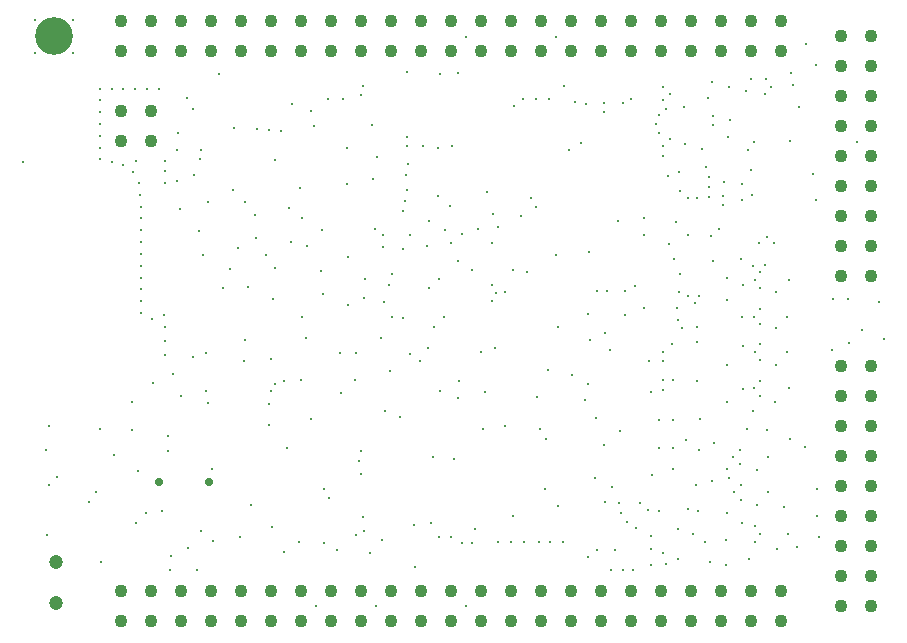
<source format=gbr>
%TF.GenerationSoftware,Altium Limited,Altium Designer,21.9.2 (33)*%
G04 Layer_Color=0*
%FSLAX45Y45*%
%MOMM*%
%TF.SameCoordinates,7777544D-92F5-45BF-99EE-D781317D7DBF*%
%TF.FilePolarity,Positive*%
%TF.FileFunction,Plated,1,4,PTH,Drill*%
%TF.Part,Single*%
G01*
G75*
%TA.AperFunction,ComponentDrill*%
%ADD237C,1.10000*%
%ADD238C,1.10000*%
%ADD239C,3.20000*%
%ADD240C,1.20000*%
%TA.AperFunction,ViaDrill,NotFilled*%
%ADD241C,0.25000*%
%ADD242C,0.70000*%
D237*
X8128000Y2349500D02*
D03*
Y2095500D02*
D03*
Y1841500D02*
D03*
Y1587500D02*
D03*
Y1333500D02*
D03*
Y1079500D02*
D03*
Y825500D02*
D03*
X8382000Y2349500D02*
D03*
Y2095500D02*
D03*
Y1841500D02*
D03*
Y1587500D02*
D03*
Y1333500D02*
D03*
Y1079500D02*
D03*
Y825500D02*
D03*
X8128000Y571500D02*
D03*
Y317500D02*
D03*
X8382000Y571500D02*
D03*
Y317500D02*
D03*
X8128000Y5143500D02*
D03*
Y4889500D02*
D03*
Y4635500D02*
D03*
Y4381500D02*
D03*
Y4127500D02*
D03*
Y3873500D02*
D03*
Y3619500D02*
D03*
X8382000Y5143500D02*
D03*
Y4889500D02*
D03*
Y4635500D02*
D03*
Y4381500D02*
D03*
Y4127500D02*
D03*
Y3873500D02*
D03*
Y3619500D02*
D03*
X8128000Y3365500D02*
D03*
Y3111500D02*
D03*
X8382000Y3365500D02*
D03*
Y3111500D02*
D03*
D238*
X7620000Y444500D02*
D03*
X7366000D02*
D03*
X7112000D02*
D03*
X6858000D02*
D03*
X6604000D02*
D03*
X6350000D02*
D03*
X6096000D02*
D03*
X5842000D02*
D03*
X5588000D02*
D03*
X5334000D02*
D03*
X5080000D02*
D03*
X4826000D02*
D03*
X4572000D02*
D03*
X4318000D02*
D03*
X4064000D02*
D03*
X3810000D02*
D03*
X3556000D02*
D03*
X3302000D02*
D03*
X3048000D02*
D03*
X2794000D02*
D03*
X2540000D02*
D03*
X2286000D02*
D03*
X2032000D02*
D03*
X7620000Y190500D02*
D03*
X7366000D02*
D03*
X7112000D02*
D03*
X6858000D02*
D03*
X6604000D02*
D03*
X6350000D02*
D03*
X6096000D02*
D03*
X5842000D02*
D03*
X5588000D02*
D03*
X5334000D02*
D03*
X5080000D02*
D03*
X4826000D02*
D03*
X4572000D02*
D03*
X4318000D02*
D03*
X4064000D02*
D03*
X3810000D02*
D03*
X3556000D02*
D03*
X3302000D02*
D03*
X3048000D02*
D03*
X2794000D02*
D03*
X2540000D02*
D03*
X2286000D02*
D03*
X2032000D02*
D03*
X7620000Y5270500D02*
D03*
X7366000D02*
D03*
X7112000D02*
D03*
X6858000D02*
D03*
X6604000D02*
D03*
X6350000D02*
D03*
X6096000D02*
D03*
X5842000D02*
D03*
X5588000D02*
D03*
X5334000D02*
D03*
X5080000D02*
D03*
X4826000D02*
D03*
X4572000D02*
D03*
X4318000D02*
D03*
X4064000D02*
D03*
X3810000D02*
D03*
X3556000D02*
D03*
X3302000D02*
D03*
X3048000D02*
D03*
X2794000D02*
D03*
X2540000D02*
D03*
X2286000D02*
D03*
X2032000D02*
D03*
X7620000Y5016500D02*
D03*
X7366000D02*
D03*
X7112000D02*
D03*
X6858000D02*
D03*
X6604000D02*
D03*
X6350000D02*
D03*
X6096000D02*
D03*
X5842000D02*
D03*
X5588000D02*
D03*
X5334000D02*
D03*
X5080000D02*
D03*
X4826000D02*
D03*
X4572000D02*
D03*
X4318000D02*
D03*
X4064000D02*
D03*
X3810000D02*
D03*
X3556000D02*
D03*
X3302000D02*
D03*
X3048000D02*
D03*
X2794000D02*
D03*
X2540000D02*
D03*
X2286000D02*
D03*
X2032000D02*
D03*
Y4512400D02*
D03*
X2286000D02*
D03*
X2032000Y4258400D02*
D03*
X2286000D02*
D03*
D239*
X1460500Y5143500D02*
D03*
D240*
X1480000Y345000D02*
D03*
Y695000D02*
D03*
D241*
X7920000Y1310000D02*
D03*
X6619936Y2469793D02*
D03*
X7163109Y1476362D02*
D03*
X7207737Y1581508D02*
D03*
X7173751Y1400898D02*
D03*
X6620000Y4210000D02*
D03*
X7390000Y2770000D02*
D03*
X6758477Y3132500D02*
D03*
X4177817Y3512327D02*
D03*
X6260000Y1110000D02*
D03*
X5780000Y4720764D02*
D03*
X3940000Y4200000D02*
D03*
Y3890000D02*
D03*
X3950000Y3270000D02*
D03*
X3952139Y2870563D02*
D03*
X5465089Y3146265D02*
D03*
X5990000Y3320000D02*
D03*
X6240000Y3580000D02*
D03*
X7160000Y2910000D02*
D03*
X3890000Y2120000D02*
D03*
X5626454Y1732447D02*
D03*
X3640000Y1900000D02*
D03*
X4064315Y1439665D02*
D03*
X1860000Y690000D02*
D03*
X3303372Y984531D02*
D03*
X3750000Y850000D02*
D03*
X4240000Y880000D02*
D03*
X6043958Y1405486D02*
D03*
X6520000Y2130000D02*
D03*
X6049229Y1911878D02*
D03*
X6120000Y1680000D02*
D03*
X5980000Y730000D02*
D03*
X6310000Y1030000D02*
D03*
X6490000Y1130000D02*
D03*
X7750000Y820000D02*
D03*
X7500000Y1810000D02*
D03*
X6170000Y2490000D02*
D03*
X5980000Y2200000D02*
D03*
X6380000Y3030000D02*
D03*
X7374515Y3795271D02*
D03*
X8490000Y2580000D02*
D03*
X7090000Y3510000D02*
D03*
X7500000Y3440000D02*
D03*
X6945854Y4187091D02*
D03*
X7700000Y4830000D02*
D03*
X6278713Y4576547D02*
D03*
X4880000Y4830000D02*
D03*
X1200000Y4080000D02*
D03*
X2860000Y4820000D02*
D03*
X5360000Y4550000D02*
D03*
X4730000Y4820000D02*
D03*
X3480000Y4570000D02*
D03*
X4140000Y770000D02*
D03*
X4090000Y952501D02*
D03*
X7820062Y1664308D02*
D03*
X5820000Y4180000D02*
D03*
X5920000Y4240000D02*
D03*
X4827498Y4212502D02*
D03*
X7940000Y900000D02*
D03*
X7690000Y1730000D02*
D03*
X7039944Y3238075D02*
D03*
X3880000Y2460000D02*
D03*
X4020000D02*
D03*
X6420000Y1190000D02*
D03*
X4510658Y1000658D02*
D03*
X4260000Y1970000D02*
D03*
X7480000Y3210000D02*
D03*
X7437733Y3144823D02*
D03*
X7400004Y3080004D02*
D03*
X7910000Y4900000D02*
D03*
X7170000Y4290000D02*
D03*
X1620500Y5283500D02*
D03*
Y5003500D02*
D03*
X1300500D02*
D03*
Y5283500D02*
D03*
X6830000Y1140000D02*
D03*
X6743800Y967390D02*
D03*
X6913831Y1126814D02*
D03*
X7912500Y3760182D02*
D03*
X8260000Y4250000D02*
D03*
X7691319Y4259599D02*
D03*
X7772455Y4541138D02*
D03*
X7720000Y4730000D02*
D03*
X6520000Y800000D02*
D03*
X6869578Y930441D02*
D03*
X6757517Y2979934D02*
D03*
X6830000Y2940000D02*
D03*
X6926944Y2946987D02*
D03*
X6892467Y2880382D02*
D03*
X6816210Y1722534D02*
D03*
X6701717Y1654212D02*
D03*
X6921157Y1636737D02*
D03*
X6521684Y1431004D02*
D03*
X6247877Y1192123D02*
D03*
X6190000Y1330000D02*
D03*
X7276717Y3254924D02*
D03*
X7020384Y3452499D02*
D03*
X8301041Y2657970D02*
D03*
X8190504Y2548612D02*
D03*
X7290000Y3760000D02*
D03*
X7290503Y3890503D02*
D03*
X7136675Y3909711D02*
D03*
X7364497Y4014497D02*
D03*
X7127907Y3714183D02*
D03*
X7184135Y4430000D02*
D03*
X7435217Y2540000D02*
D03*
X7400004Y2467263D02*
D03*
X7438317Y2399991D02*
D03*
X7830000Y5080000D02*
D03*
X6460000Y3600000D02*
D03*
X6775000Y2670000D02*
D03*
X6696405Y2533105D02*
D03*
X6799233Y4547500D02*
D03*
X7000000Y4617500D02*
D03*
X7030708Y4757037D02*
D03*
X6680000Y4657500D02*
D03*
X7481743Y4650021D02*
D03*
X7340000Y4180000D02*
D03*
X7890667Y3972969D02*
D03*
X7684966Y3077937D02*
D03*
X7576734Y2973305D02*
D03*
X4620000Y3370000D02*
D03*
X7437578Y3013266D02*
D03*
X7379587Y3200479D02*
D03*
X7360000Y4780000D02*
D03*
X7177486Y4714545D02*
D03*
X7410000Y1467039D02*
D03*
X7266618Y1519539D02*
D03*
X7270000Y1642497D02*
D03*
X7040000Y4390000D02*
D03*
X7640000Y1160000D02*
D03*
X6929698Y1899612D02*
D03*
X7050000Y1700000D02*
D03*
X7160000Y2050000D02*
D03*
X7161734Y2360373D02*
D03*
X7435217Y2831292D02*
D03*
Y2709013D02*
D03*
X7664392Y2770005D02*
D03*
X7350000Y720000D02*
D03*
X7415138Y1173188D02*
D03*
X7030504Y1381385D02*
D03*
X6520000Y910000D02*
D03*
X6640120Y676869D02*
D03*
X6745039Y717180D02*
D03*
X7150000Y670000D02*
D03*
Y880000D02*
D03*
X2380000Y1120000D02*
D03*
X4153410Y4394019D02*
D03*
X4064287Y4646664D02*
D03*
X4080000Y4720000D02*
D03*
X7130000Y3794248D02*
D03*
X7010000Y3782532D02*
D03*
X6730000Y3570000D02*
D03*
X6660000Y3960000D02*
D03*
X6750000Y3990000D02*
D03*
X7560000Y3390000D02*
D03*
X6670000Y3380000D02*
D03*
X4450000Y4840000D02*
D03*
X7389999Y2160464D02*
D03*
X7438846Y2100975D02*
D03*
X7436511Y2220975D02*
D03*
X7680000Y932498D02*
D03*
X8060000Y2920000D02*
D03*
X8188000Y2914999D02*
D03*
X7290000Y1017500D02*
D03*
X6580000Y1120000D02*
D03*
X6520000Y662500D02*
D03*
X6360000Y620000D02*
D03*
X6056945Y789165D02*
D03*
X6210000Y792500D02*
D03*
X6180000Y620000D02*
D03*
X6279998Y619999D02*
D03*
X5959798Y2059267D02*
D03*
X5550000Y2090000D02*
D03*
X5580000Y1820000D02*
D03*
X5645000Y2320000D02*
D03*
X5090003Y1820001D02*
D03*
X5280000Y1840000D02*
D03*
X6255000Y1801795D02*
D03*
X5847877Y2277877D02*
D03*
X7430000Y3390000D02*
D03*
X8049255Y2489428D02*
D03*
X5080000Y2470000D02*
D03*
X4640001Y3013684D02*
D03*
X7920000Y1080000D02*
D03*
X7567500Y2050000D02*
D03*
X7680719Y2161393D02*
D03*
X7510000Y1577499D02*
D03*
X7530000Y4710000D02*
D03*
X7010045Y3870045D02*
D03*
X7009427Y3950000D02*
D03*
X6905000Y3770000D02*
D03*
X6830000D02*
D03*
X8449140Y2890804D02*
D03*
X7510000Y1282500D02*
D03*
X6905000Y2680000D02*
D03*
X6832014Y3457082D02*
D03*
X6460000Y3460000D02*
D03*
X6460002Y2839999D02*
D03*
X6140000Y2990000D02*
D03*
X6500000Y2390000D02*
D03*
X7380000Y1970000D02*
D03*
X5730557Y1165349D02*
D03*
X7160000Y1110000D02*
D03*
X6710000Y3260000D02*
D03*
X7390000Y4250000D02*
D03*
X6740000Y2840694D02*
D03*
X6700000Y2230000D02*
D03*
X6580000Y1660000D02*
D03*
X6702485Y1482858D02*
D03*
X7320000Y4680000D02*
D03*
X7490000Y4780000D02*
D03*
X6621666Y769049D02*
D03*
X7293185Y3039809D02*
D03*
X7287773Y2768818D02*
D03*
X7295402Y2519304D02*
D03*
X7298761Y2159163D02*
D03*
X6389999Y980001D02*
D03*
X7324999Y1819514D02*
D03*
X6700000Y1890000D02*
D03*
X6580000D02*
D03*
X6905804Y2556414D02*
D03*
X6905000Y2223004D02*
D03*
X6900000Y1340000D02*
D03*
X6971266Y861523D02*
D03*
X7275066Y1340000D02*
D03*
X7220000Y1280000D02*
D03*
X7276379Y1219998D02*
D03*
X7400801Y994051D02*
D03*
X6130000Y1200000D02*
D03*
X6758670Y3834586D02*
D03*
X6980000Y4040000D02*
D03*
X6620000Y4130000D02*
D03*
X6805525Y4232500D02*
D03*
X6641771Y4528229D02*
D03*
X6675815Y4271571D02*
D03*
X6620000Y4710000D02*
D03*
Y4600000D02*
D03*
X6580000Y4480000D02*
D03*
X6560000Y4400000D02*
D03*
X6580607Y4325754D02*
D03*
X6620000Y2390000D02*
D03*
Y2150000D02*
D03*
Y2230000D02*
D03*
X7037157Y4467089D02*
D03*
X7439391Y929389D02*
D03*
X7400506Y865000D02*
D03*
X7159765Y3093321D02*
D03*
X7018300Y687703D02*
D03*
X4520000Y650000D02*
D03*
X4920000Y850001D02*
D03*
X5000000D02*
D03*
X6350000Y4610000D02*
D03*
X5732500Y2680000D02*
D03*
X7574885Y2673333D02*
D03*
X7573961Y2363192D02*
D03*
X7579960Y801570D02*
D03*
X7670000Y2470000D02*
D03*
X6742723Y2740224D02*
D03*
X6000000Y2570002D02*
D03*
X5170002Y2899999D02*
D03*
X5282432Y2976251D02*
D03*
X5207808Y2968752D02*
D03*
X5166248Y3033751D02*
D03*
X5350000Y3160000D02*
D03*
X3639998Y4509999D02*
D03*
X5430002Y4609998D02*
D03*
X3860002Y790001D02*
D03*
X6119998Y4580001D02*
D03*
Y4500001D02*
D03*
X5966109Y4566107D02*
D03*
X5870001Y4589998D02*
D03*
X5348691Y1082629D02*
D03*
X4040002Y1549999D02*
D03*
X4010000Y2229998D02*
D03*
X1420002Y1340002D02*
D03*
X2160001Y1019998D02*
D03*
X2809905Y869808D02*
D03*
X1390000Y1640002D02*
D03*
X2710002Y950001D02*
D03*
X5220000Y3530001D02*
D03*
X5130002Y3820003D02*
D03*
X2950002Y3170001D02*
D03*
X3739998Y2959999D02*
D03*
X5499999Y3770000D02*
D03*
X1969999Y1600002D02*
D03*
X2750002Y2140001D02*
D03*
X3302853Y2413635D02*
D03*
X2449998Y739999D02*
D03*
X3172501Y3434999D02*
D03*
X2690073Y3494999D02*
D03*
X2389998Y2780000D02*
D03*
X2504247Y3914247D02*
D03*
X3159857Y3625738D02*
D03*
X3559998Y3599998D02*
D03*
X2700000Y4100002D02*
D03*
X4429999Y3750000D02*
D03*
X4320002Y2770002D02*
D03*
X3539998Y859998D02*
D03*
X2982498Y4369999D02*
D03*
X3179999Y4360001D02*
D03*
X2469998Y2280001D02*
D03*
X2176064Y1458011D02*
D03*
X3410001Y779998D02*
D03*
X4717308Y899556D02*
D03*
X4880000Y3239999D02*
D03*
X4952487Y5137236D02*
D03*
X5710469Y5139578D02*
D03*
X5650001Y4609998D02*
D03*
X3912235Y4607992D02*
D03*
X3781847Y4608104D02*
D03*
X5540817Y4609998D02*
D03*
X4249994Y3359993D02*
D03*
X4480001Y2449998D02*
D03*
X5439999Y859998D02*
D03*
X4769998Y3499998D02*
D03*
X5330002Y859998D02*
D03*
X4090101Y2928584D02*
D03*
X5220000Y859003D02*
D03*
X4560001Y2389998D02*
D03*
X4440001Y3970000D02*
D03*
X1490000Y1410000D02*
D03*
X2125000Y1809039D02*
D03*
X4680001Y2680000D02*
D03*
X6057133Y2982869D02*
D03*
X3101355Y3019999D02*
D03*
X4650237Y1021964D02*
D03*
X2300575Y2211070D02*
D03*
X2244364Y1110305D02*
D03*
X2890002Y3010002D02*
D03*
X4389999Y1920001D02*
D03*
X3598748Y2591252D02*
D03*
X4230624Y2590002D02*
D03*
X6300003Y2990002D02*
D03*
X5619999Y1310000D02*
D03*
X3750432Y1306337D02*
D03*
X2799999Y1480002D02*
D03*
X3406531Y2222546D02*
D03*
X3297210Y2135215D02*
D03*
X3335000Y2200001D02*
D03*
X5539999Y3699998D02*
D03*
X4300002Y3039999D02*
D03*
X4460001Y4060002D02*
D03*
X4250502Y3461385D02*
D03*
X4709988Y3789995D02*
D03*
X5770001Y859998D02*
D03*
X4160002Y3930000D02*
D03*
X4253596Y2895651D02*
D03*
X4816185Y3703818D02*
D03*
X4997145Y3165409D02*
D03*
X5659999Y859003D02*
D03*
X4092499Y3090001D02*
D03*
X4200002Y4120002D02*
D03*
X5570002Y859998D02*
D03*
X1400002Y919998D02*
D03*
X1760002Y1199998D02*
D03*
X1420002Y1840001D02*
D03*
X1820001Y1280003D02*
D03*
X1849999Y1820001D02*
D03*
X2440000Y619999D02*
D03*
X2670002D02*
D03*
X3039999Y899998D02*
D03*
X2429998Y1629999D02*
D03*
X2119640Y2050359D02*
D03*
X2200001Y2799999D02*
D03*
Y2899999D02*
D03*
X2295022Y2747533D02*
D03*
X2400000Y2440000D02*
D03*
Y2560000D02*
D03*
Y2680000D02*
D03*
X2769342Y2040661D02*
D03*
X3070001Y2389998D02*
D03*
X2635001Y2429998D02*
D03*
X2750002Y2460000D02*
D03*
X3130001Y1170000D02*
D03*
X3438703Y1660022D02*
D03*
X3279999Y1849999D02*
D03*
X3550001Y2229998D02*
D03*
X3679998Y319999D02*
D03*
X4019956Y920049D02*
D03*
X4080002Y1070000D02*
D03*
X4189999Y319999D02*
D03*
X3790000Y1230000D02*
D03*
X4060002Y1629999D02*
D03*
X3077352Y2569393D02*
D03*
X3319998Y2919999D02*
D03*
X3559998Y2770002D02*
D03*
X4310624Y2309998D02*
D03*
X2200001Y3199999D02*
D03*
Y2999999D02*
D03*
Y3099999D02*
D03*
Y3299998D02*
D03*
Y3399998D02*
D03*
X2727310Y3290001D02*
D03*
X2180001Y3900002D02*
D03*
X2200001Y3699998D02*
D03*
X2189998Y3800003D02*
D03*
X2049998Y4050000D02*
D03*
X1949999Y4080002D02*
D03*
X2129998Y3990000D02*
D03*
X2160001Y4089999D02*
D03*
X2200001Y3599998D02*
D03*
Y3499998D02*
D03*
X2530000Y3680000D02*
D03*
X2398710Y3902954D02*
D03*
X2400000Y4000002D02*
D03*
X2650002Y3970000D02*
D03*
X3259999Y3290001D02*
D03*
X2764998Y3739998D02*
D03*
X3021665Y3349447D02*
D03*
X3079999Y3739998D02*
D03*
X1849999Y4600001D02*
D03*
Y4400001D02*
D03*
Y4500001D02*
D03*
Y4700001D02*
D03*
Y4300002D02*
D03*
Y4100002D02*
D03*
Y4200002D02*
D03*
X1949999Y4700001D02*
D03*
X2049998D02*
D03*
X2405305Y4087301D02*
D03*
X2502124Y4182125D02*
D03*
X2710002Y4180002D02*
D03*
X2640000Y4529999D02*
D03*
X2590002Y4620001D02*
D03*
X2249998Y4700001D02*
D03*
X2149998D02*
D03*
X2349998D02*
D03*
X3279999Y4349999D02*
D03*
X3330001Y3179999D02*
D03*
X3449340Y3689340D02*
D03*
X3719998Y3156915D02*
D03*
X3730000Y3499998D02*
D03*
X3542447Y3860002D02*
D03*
X3330001Y4097503D02*
D03*
X3659998Y4380001D02*
D03*
X4820001Y899998D02*
D03*
X4949998Y319999D02*
D03*
X5030003Y970001D02*
D03*
X4849998Y1560002D02*
D03*
X4669998Y1580002D02*
D03*
X4731710Y2143470D02*
D03*
X4878949Y2084182D02*
D03*
X4627499Y2507498D02*
D03*
X5110002Y2129998D02*
D03*
X5192502Y2500000D02*
D03*
X5979998Y2790002D02*
D03*
X6300003Y2780000D02*
D03*
X4420001Y3339998D02*
D03*
X4820001Y3390001D02*
D03*
X5050003Y3510001D02*
D03*
X5170002Y3390001D02*
D03*
X5710001Y3290001D02*
D03*
X4420001Y3660003D02*
D03*
X4589998Y4209999D02*
D03*
X4453077Y4211808D02*
D03*
X5414112Y3623213D02*
D03*
X5180000Y3639998D02*
D03*
X2430003Y1760002D02*
D03*
X2540000Y2100001D02*
D03*
X2508230Y4323171D02*
D03*
X3379998Y4340001D02*
D03*
X2979999Y3840002D02*
D03*
X6130000Y2630002D02*
D03*
X3470001Y3399998D02*
D03*
X4480001Y3459998D02*
D03*
X4915860Y3469142D02*
D03*
X2597084Y810001D02*
D03*
X4760001Y2770002D02*
D03*
X4720001Y3085003D02*
D03*
X4320002Y3130001D02*
D03*
X3599998Y3370001D02*
D03*
X3279308Y2029998D02*
D03*
X4889998Y2220001D02*
D03*
X4640169Y3578276D02*
D03*
X4450659Y3840658D02*
D03*
X4415003Y2755001D02*
D03*
X4709998Y4200002D02*
D03*
X4449999Y4289999D02*
D03*
D242*
X2770002Y1370000D02*
D03*
X2349998D02*
D03*
%TF.MD5,b5ca54b397617f99ab250ff43bc71408*%
M02*

</source>
